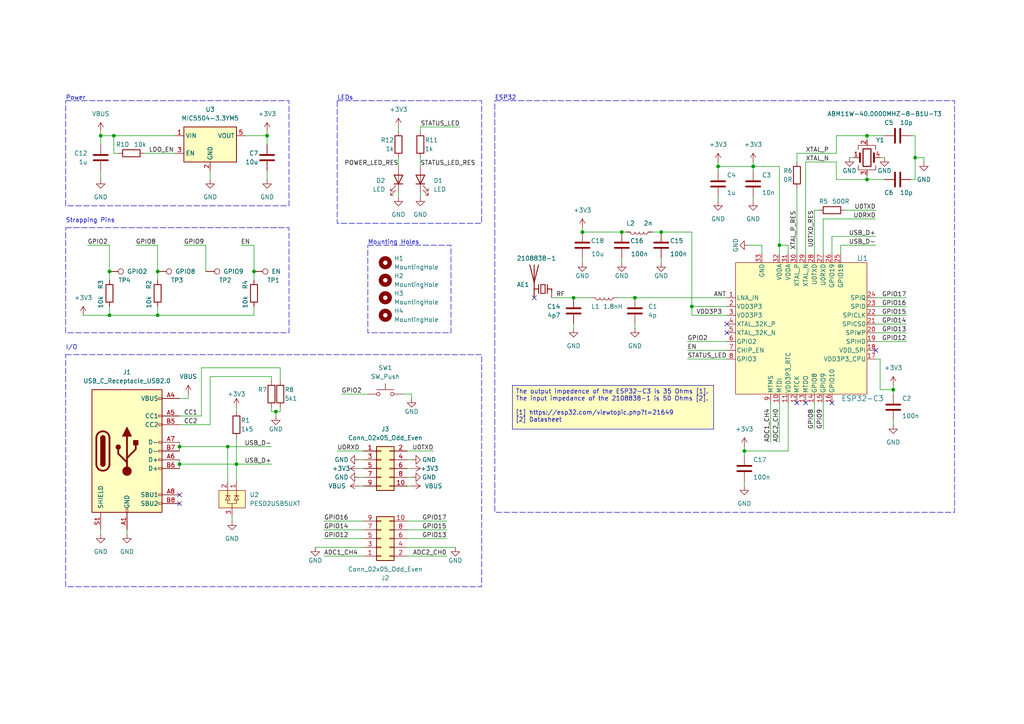
<source format=kicad_sch>
(kicad_sch (version 20230121) (generator eeschema)
  (paper "A4")
  (lib_symbols
    (symbol "Connector:TestPoint" (pin_numbers hide) (pin_names (offset 0.762) hide)
      (property "Reference" "TP" (at 0 6.858 0))
      (property "Value" "TestPoint" (at 0 5.08 0))
      (symbol "TestPoint_0_1"
        (circle (center 0 3.302) (radius 0.762))
      )
      (symbol "TestPoint_1_1"
        (pin passive line (at 0 0 90) (length 2.54) (name "1") (number "1"))
      )
    )
    (symbol "Connector:USB_C_Receptacle_USB2.0" (pin_names (offset 1.016))
      (property "Reference" "J" (at -10.16 19.05 0))
      (property "Value" "USB_C_Receptacle_USB2.0" (at 19.05 19.05 0))
      (symbol "USB_C_Receptacle_USB2.0_0_0"
        (rectangle (start -0.254 -17.78) (end 0.254 -16.764))
        (rectangle (start 10.16 -14.986) (end 9.144 -15.494))
        (rectangle (start 10.16 -12.446) (end 9.144 -12.954))
        (rectangle (start 10.16 -4.826) (end 9.144 -5.334))
        (rectangle (start 10.16 -2.286) (end 9.144 -2.794))
        (rectangle (start 10.16 0.254) (end 9.144 -0.254))
        (rectangle (start 10.16 2.794) (end 9.144 2.286))
        (rectangle (start 10.16 7.874) (end 9.144 7.366))
        (rectangle (start 10.16 10.414) (end 9.144 9.906))
        (rectangle (start 10.16 15.494) (end 9.144 14.986))
      )
      (symbol "USB_C_Receptacle_USB2.0_0_1"
        (rectangle (start -10.16 17.78) (end 10.16 -17.78) (stroke (width 0.254)) (fill (type background)))
        (arc (start -8.89 -3.81) (mid -6.985 -5.7067) (end -5.08 -3.81) (stroke (width 0.508)))
        (arc (start -7.62 -3.81) (mid -6.985 -4.4423) (end -6.35 -3.81) (stroke (width 0.254)))
        (arc (start -7.62 -3.81) (mid -6.985 -4.4423) (end -6.35 -3.81) (stroke (width 0.254)) (fill (type outline)))
        (rectangle (start -7.62 -3.81) (end -6.35 3.81) (stroke (width 0.254)) (fill (type outline)))
        (arc (start -6.35 3.81) (mid -6.985 4.4423) (end -7.62 3.81) (stroke (width 0.254)))
        (arc (start -6.35 3.81) (mid -6.985 4.4423) (end -7.62 3.81) (stroke (width 0.254)) (fill (type outline)))
        (arc (start -5.08 3.81) (mid -6.985 5.7067) (end -8.89 3.81) (stroke (width 0.508)))
        (circle (center -2.54 1.143) (radius 0.635) (stroke (width 0.254)) (fill (type outline)))
        (circle (center 0 -5.842) (radius 1.27) (fill (type outline)))
        (polyline (pts (xy -8.89 -3.81) (xy -8.89 3.81)) (stroke (width 0.508)))
        (polyline (pts (xy -5.08 3.81) (xy -5.08 -3.81)) (stroke (width 0.508)))
        (polyline (pts (xy 0 -5.842) (xy 0 4.318)) (stroke (width 0.508)))
        (polyline (pts (xy 0 -3.302) (xy -2.54 -0.762) (xy -2.54 0.508)) (stroke (width 0.508)))
        (polyline (pts (xy 0 -2.032) (xy 2.54 0.508) (xy 2.54 1.778)) (stroke (width 0.508)))
        (polyline (pts (xy -1.27 4.318) (xy 0 6.858) (xy 1.27 4.318) (xy -1.27 4.318)) (stroke (width 0.254)) (fill (type outline)))
        (rectangle (start 1.905 1.778) (end 3.175 3.048) (stroke (width 0.254)) (fill (type outline)))
      )
      (symbol "USB_C_Receptacle_USB2.0_1_1"
        (pin passive line (at 0 -22.86 90) (length 5.08) (name "GND") (number "A1"))
        (pin passive line (at 0 -22.86 90) (length 5.08) hide (name "GND") (number "A12"))
        (pin passive line (at 15.24 15.24 180) (length 5.08) (name "VBUS") (number "A4"))
        (pin bidirectional line (at 15.24 10.16 180) (length 5.08) (name "CC1") (number "A5"))
        (pin bidirectional line (at 15.24 -2.54 180) (length 5.08) (name "D+") (number "A6"))
        (pin bidirectional line (at 15.24 2.54 180) (length 5.08) (name "D-") (number "A7"))
        (pin bidirectional line (at 15.24 -12.7 180) (length 5.08) (name "SBU1") (number "A8"))
        (pin passive line (at 15.24 15.24 180) (length 5.08) hide (name "VBUS") (number "A9"))
        (pin passive line (at 0 -22.86 90) (length 5.08) hide (name "GND") (number "B1"))
        (pin passive line (at 0 -22.86 90) (length 5.08) hide (name "GND") (number "B12"))
        (pin passive line (at 15.24 15.24 180) (length 5.08) hide (name "VBUS") (number "B4"))
        (pin bidirectional line (at 15.24 7.62 180) (length 5.08) (name "CC2") (number "B5"))
        (pin bidirectional line (at 15.24 -5.08 180) (length 5.08) (name "D+") (number "B6"))
        (pin bidirectional line (at 15.24 0 180) (length 5.08) (name "D-") (number "B7"))
        (pin bidirectional line (at 15.24 -15.24 180) (length 5.08) (name "SBU2") (number "B8"))
        (pin passive line (at 15.24 15.24 180) (length 5.08) hide (name "VBUS") (number "B9"))
        (pin passive line (at -7.62 -22.86 90) (length 5.08) (name "SHIELD") (number "S1"))
      )
    )
    (symbol "Connector_Generic:Conn_02x05_Odd_Even" (pin_names (offset 1.016) hide)
      (property "Reference" "J" (at 1.27 7.62 0))
      (property "Value" "Conn_02x05_Odd_Even" (at 1.27 -7.62 0))
      (symbol "Conn_02x05_Odd_Even_1_1"
        (rectangle (start -1.27 -4.953) (end 0 -5.207) (stroke (width 0.1524)))
        (rectangle (start -1.27 -2.413) (end 0 -2.667) (stroke (width 0.1524)))
        (rectangle (start -1.27 0.127) (end 0 -0.127) (stroke (width 0.1524)))
        (rectangle (start -1.27 2.667) (end 0 2.413) (stroke (width 0.1524)))
        (rectangle (start -1.27 5.207) (end 0 4.953) (stroke (width 0.1524)))
        (rectangle (start -1.27 6.35) (end 3.81 -6.35) (stroke (width 0.254)) (fill (type background)))
        (rectangle (start 3.81 -4.953) (end 2.54 -5.207) (stroke (width 0.1524)))
        (rectangle (start 3.81 -2.413) (end 2.54 -2.667) (stroke (width 0.1524)))
        (rectangle (start 3.81 0.127) (end 2.54 -0.127) (stroke (width 0.1524)))
        (rectangle (start 3.81 2.667) (end 2.54 2.413) (stroke (width 0.1524)))
        (rectangle (start 3.81 5.207) (end 2.54 4.953) (stroke (width 0.1524)))
        (pin passive line (at -5.08 5.08 0) (length 3.81) (name "Pin_1") (number "1"))
        (pin passive line (at 7.62 -5.08 180) (length 3.81) (name "Pin_10") (number "10"))
        (pin passive line (at 7.62 5.08 180) (length 3.81) (name "Pin_2") (number "2"))
        (pin passive line (at -5.08 2.54 0) (length 3.81) (name "Pin_3") (number "3"))
        (pin passive line (at 7.62 2.54 180) (length 3.81) (name "Pin_4") (number "4"))
        (pin passive line (at -5.08 0 0) (length 3.81) (name "Pin_5") (number "5"))
        (pin passive line (at 7.62 0 180) (length 3.81) (name "Pin_6") (number "6"))
        (pin passive line (at -5.08 -2.54 0) (length 3.81) (name "Pin_7") (number "7"))
        (pin passive line (at 7.62 -2.54 180) (length 3.81) (name "Pin_8") (number "8"))
        (pin passive line (at -5.08 -5.08 0) (length 3.81) (name "Pin_9") (number "9"))
      )
    )
    (symbol "Device:Antenna_Chip" (pin_numbers hide) (pin_names (offset 1.016) hide)
      (property "Reference" "AE" (at 0 5.08 0))
      (property "Value" "Antenna_Chip" (at 0 3.175 0))
      (symbol "Antenna_Chip_0_1"
        (polyline (pts (xy -2.54 0) (xy -2.54 -0.635)) (stroke (width 0.254)))
        (polyline (pts (xy -2.54 0) (xy -1.27 0)) (stroke (width 0.254)))
        (polyline (pts (xy 1.27 0) (xy 2.54 0)) (stroke (width 0.254)))
        (polyline (pts (xy 1.27 1.27) (xy 1.27 -1.27)) (stroke (width 0.254)))
        (polyline (pts (xy 2.54 -0.635) (xy 2.54 0)))
        (polyline (pts (xy 2.54 6.985) (xy 2.54 -1.905)) (stroke (width 0.254)))
        (polyline (pts (xy -1.27 1.27) (xy -1.27 -1.27) (xy -1.27 0)) (stroke (width 0.254)))
        (polyline (pts (xy 3.81 6.985) (xy 2.54 1.905) (xy 1.27 6.985)) (stroke (width 0.254)))
        (polyline (pts (xy -0.635 1.27) (xy 0.635 1.27) (xy 0.635 -1.27) (xy -0.635 -1.27) (xy -0.635 1.27)) (stroke (width 0.254)))
      )
      (symbol "Antenna_Chip_1_1"
        (pin input line (at -2.54 -2.54 90) (length 2.54) (name "FEED") (number "1"))
        (pin passive line (at 2.54 -2.54 90) (length 2.54) (name "PCB_Trace") (number "2"))
      )
    )
    (symbol "Device:C" (pin_numbers hide) (pin_names (offset 0.254))
      (property "Reference" "C" (at 0.635 2.54 0))
      (property "Value" "C" (at 0.635 -2.54 0))
      (symbol "C_0_1"
        (polyline (pts (xy -2.032 -0.762) (xy 2.032 -0.762)) (stroke (width 0.508)))
        (polyline (pts (xy -2.032 0.762) (xy 2.032 0.762)) (stroke (width 0.508)))
      )
      (symbol "C_1_1"
        (pin passive line (at 0 3.81 270) (length 2.794) (name "~") (number "1"))
        (pin passive line (at 0 -3.81 90) (length 2.794) (name "~") (number "2"))
      )
    )
    (symbol "Device:Crystal_GND23" (pin_names (offset 1.016) hide)
      (property "Reference" "Y" (at 3.175 5.08 0))
      (property "Value" "Crystal_GND23" (at 3.175 3.175 0))
      (symbol "Crystal_GND23_0_1"
        (rectangle (start -1.143 2.54) (end 1.143 -2.54) (stroke (width 0.3048)))
        (polyline (pts (xy -2.54 0) (xy -2.032 0)))
        (polyline (pts (xy -2.032 -1.27) (xy -2.032 1.27)) (stroke (width 0.508)))
        (polyline (pts (xy 0 -3.81) (xy 0 -3.556)))
        (polyline (pts (xy 0 3.556) (xy 0 3.81)))
        (polyline (pts (xy 2.032 -1.27) (xy 2.032 1.27)) (stroke (width 0.508)))
        (polyline (pts (xy 2.032 0) (xy 2.54 0)))
        (polyline (pts (xy -2.54 -2.286) (xy -2.54 -3.556) (xy 2.54 -3.556) (xy 2.54 -2.286)))
        (polyline (pts (xy -2.54 2.286) (xy -2.54 3.556) (xy 2.54 3.556) (xy 2.54 2.286)))
      )
      (symbol "Crystal_GND23_1_1"
        (pin passive line (at -3.81 0 0) (length 1.27) (name "1") (number "1"))
        (pin passive line (at 0 5.08 270) (length 1.27) (name "2") (number "2"))
        (pin passive line (at 0 -5.08 90) (length 1.27) (name "3") (number "3"))
        (pin passive line (at 3.81 0 180) (length 1.27) (name "4") (number "4"))
      )
    )
    (symbol "Device:L" (pin_numbers hide) (pin_names (offset 1.016) hide)
      (property "Reference" "L" (at -1.27 0 90))
      (property "Value" "L" (at 1.905 0 90))
      (symbol "L_0_1"
        (arc (start 0 -2.54) (mid 0.6323 -1.905) (end 0 -1.27))
        (arc (start 0 -1.27) (mid 0.6323 -0.635) (end 0 0))
        (arc (start 0 0) (mid 0.6323 0.635) (end 0 1.27))
        (arc (start 0 1.27) (mid 0.6323 1.905) (end 0 2.54))
      )
      (symbol "L_1_1"
        (pin passive line (at 0 3.81 270) (length 1.27) (name "1") (number "1"))
        (pin passive line (at 0 -3.81 90) (length 1.27) (name "2") (number "2"))
      )
    )
    (symbol "Device:LED" (pin_numbers hide) (pin_names (offset 1.016) hide)
      (property "Reference" "D" (at 0 2.54 0))
      (property "Value" "LED" (at 0 -2.54 0))
      (symbol "LED_0_1"
        (polyline (pts (xy -1.27 -1.27) (xy -1.27 1.27)) (stroke (width 0.254)))
        (polyline (pts (xy -1.27 0) (xy 1.27 0)))
        (polyline (pts (xy 1.27 -1.27) (xy 1.27 1.27) (xy -1.27 0) (xy 1.27 -1.27)) (stroke (width 0.254)))
        (polyline (pts (xy -3.048 -0.762) (xy -4.572 -2.286) (xy -3.81 -2.286) (xy -4.572 -2.286) (xy -4.572 -1.524)))
        (polyline (pts (xy -1.778 -0.762) (xy -3.302 -2.286) (xy -2.54 -2.286) (xy -3.302 -2.286) (xy -3.302 -1.524)))
      )
      (symbol "LED_1_1"
        (pin passive line (at -3.81 0 0) (length 2.54) (name "K") (number "1"))
        (pin passive line (at 3.81 0 180) (length 2.54) (name "A") (number "2"))
      )
    )
    (symbol "Device:R" (pin_numbers hide) (pin_names (offset 0))
      (property "Reference" "R" (at 2.032 0 90))
      (property "Value" "R" (at 0 0 90))
      (symbol "R_0_1"
        (rectangle (start -1.016 -2.54) (end 1.016 2.54) (stroke (width 0.254)))
      )
      (symbol "R_1_1"
        (pin passive line (at 0 3.81 270) (length 1.27) (name "~") (number "1"))
        (pin passive line (at 0 -3.81 90) (length 1.27) (name "~") (number "2"))
      )
    )
    (symbol "Mechanical:MountingHole" (pin_names (offset 1.016))
      (property "Reference" "H" (at 0 5.08 0))
      (property "Value" "MountingHole" (at 0 3.175 0))
      (symbol "MountingHole_0_1"
        (circle (center 0 0) (radius 1.27) (stroke (width 1.27)))
      )
    )
    (symbol "Regulator_Linear:MIC5504-3.3YM5"
      (property "Reference" "U" (at -7.62 8.89 0))
      (property "Value" "MIC5504-3.3YM5" (at -7.62 6.35 0))
      (symbol "MIC5504-3.3YM5_0_1"
        (rectangle (start -7.62 -5.08) (end 7.62 5.08) (stroke (width 0.254)) (fill (type background)))
      )
      (symbol "MIC5504-3.3YM5_1_1"
        (pin power_in line (at -10.16 2.54 0) (length 2.54) (name "VIN") (number "1"))
        (pin power_in line (at 0 -7.62 90) (length 2.54) (name "GND") (number "2"))
        (pin input line (at -10.16 -2.54 0) (length 2.54) (name "EN") (number "3"))
        (pin no_connect line (at 7.62 -2.54 180) (length 2.54) hide (name "NC") (number "4"))
        (pin power_out line (at 10.16 2.54 180) (length 2.54) (name "VOUT") (number "5"))
      )
    )
    (symbol "Switch:SW_Push" (pin_numbers hide) (pin_names (offset 1.016) hide)
      (property "Reference" "SW" (at 1.27 2.54 0))
      (property "Value" "SW_Push" (at 0 -1.524 0))
      (symbol "SW_Push_0_1"
        (circle (center -2.032 0) (radius 0.508))
        (polyline (pts (xy 0 1.27) (xy 0 3.048)))
        (polyline (pts (xy 2.54 1.27) (xy -2.54 1.27)))
        (circle (center 2.032 0) (radius 0.508))
        (pin passive line (at -5.08 0 0) (length 2.54) (name "1") (number "1"))
        (pin passive line (at 5.08 0 180) (length 2.54) (name "2") (number "2"))
      )
    )
    (symbol "encyclopedia_galactica:ESP32-C3" (pin_names (offset 0.254))
      (property "Reference" "U" (at 0 43.18 0))
      (property "Value" "ESP32-C3" (at 0 40.64 0))
      (symbol "ESP32-C3_0_1"
        (pin bidirectional line (at -21.59 8.89 0) (length 2.54) (name "LNA_IN") (number "1"))
        (pin bidirectional line (at -6.35 -21.59 90) (length 2.54) (name "MTDI") (number "10"))
        (pin power_in line (at -3.81 -21.59 90) (length 2.54) (name "VDD3P3_RTC") (number "11"))
        (pin bidirectional line (at -1.27 -21.59 90) (length 2.54) (name "MTCK") (number "12"))
        (pin bidirectional line (at 1.27 -21.59 90) (length 2.54) (name "MTDO") (number "13"))
        (pin bidirectional line (at 3.81 -21.59 90) (length 2.54) (name "GPIO8") (number "14"))
        (pin bidirectional line (at 6.35 -21.59 90) (length 2.54) (name "GPIO9") (number "15"))
        (pin bidirectional line (at 8.89 -21.59 90) (length 2.54) (name "GPIO10") (number "16"))
        (pin power_in line (at 21.59 -8.89 180) (length 2.54) (name "VDD3P3_CPU") (number "17"))
        (pin power_in line (at 21.59 -6.35 180) (length 2.54) (name "VDD_SPI") (number "18"))
        (pin bidirectional line (at 21.59 -3.81 180) (length 2.54) (name "SPIHD") (number "19"))
        (pin power_in line (at -21.59 6.35 0) (length 2.54) (name "VDD3P3") (number "2"))
        (pin bidirectional line (at 21.59 -1.27 180) (length 2.54) (name "SPIWP") (number "20"))
        (pin bidirectional line (at 21.59 1.27 180) (length 2.54) (name "SPICS0") (number "21"))
        (pin bidirectional line (at 21.59 3.81 180) (length 2.54) (name "SPICLK") (number "22"))
        (pin bidirectional line (at 21.59 6.35 180) (length 2.54) (name "SPID") (number "23"))
        (pin bidirectional line (at 21.59 8.89 180) (length 2.54) (name "SPIQ") (number "24"))
        (pin bidirectional line (at 11.43 21.59 270) (length 2.54) (name "GPIO18") (number "25"))
        (pin bidirectional line (at 8.89 21.59 270) (length 2.54) (name "GPIO19") (number "26"))
        (pin bidirectional line (at 6.35 21.59 270) (length 2.54) (name "U0RXD") (number "27"))
        (pin bidirectional line (at 3.81 21.59 270) (length 2.54) (name "U0TXD") (number "28"))
        (pin output line (at 1.27 21.59 270) (length 2.54) (name "XTAL_N") (number "29"))
        (pin power_in line (at -21.59 3.81 0) (length 2.54) (name "VDD3P3") (number "3"))
        (pin input line (at -1.27 21.59 270) (length 2.54) (name "XTAL_P") (number "30"))
        (pin power_in line (at -3.81 21.59 270) (length 2.54) (name "VDDA") (number "31"))
        (pin power_in line (at -6.35 21.59 270) (length 2.54) (name "VDDA") (number "32"))
        (pin power_out line (at -11.43 21.59 270) (length 2.54) (name "GND") (number "33"))
        (pin bidirectional line (at -21.59 1.27 0) (length 2.54) (name "XTAL_32K_P") (number "4"))
        (pin bidirectional line (at -21.59 -1.27 0) (length 2.54) (name "XTAL_32K_N") (number "5"))
        (pin bidirectional line (at -21.59 -3.81 0) (length 2.54) (name "GPIO2") (number "6"))
        (pin input line (at -21.59 -6.35 0) (length 2.54) (name "CHIP_EN") (number "7"))
        (pin bidirectional line (at -21.59 -8.89 0) (length 2.54) (name "GPIO3") (number "8"))
        (pin bidirectional line (at -8.89 -21.59 90) (length 2.54) (name "MTMS") (number "9"))
      )
      (symbol "ESP32-C3_1_1"
        (rectangle (start -19.05 19.05) (end 19.05 -19.05) (fill (type background)))
      )
    )
    (symbol "encyclopedia_galactica:PESD2USB5UXT"
      (property "Reference" "U" (at 0 24.13 0))
      (property "Value" "PESD2USB5UXT" (at 0 21.59 0))
      (symbol "PESD2USB5UXT_1_1"
        (rectangle (start -3.81 2.54) (end 3.81 -2.54) (fill (type background)))
        (polyline (pts (xy -1.905 1.016) (xy -0.635 1.016)))
        (polyline (pts (xy -1.27 1.016) (xy -1.27 2.54)))
        (polyline (pts (xy -0.635 1.016) (xy -0.635 0.762)))
        (polyline (pts (xy 0 -1.27) (xy 0 -2.54)))
        (polyline (pts (xy 0.635 1.016) (xy 1.905 1.016)))
        (polyline (pts (xy 1.27 1.016) (xy 1.27 2.54)))
        (polyline (pts (xy 1.905 1.016) (xy 1.905 0.762)))
        (polyline (pts (xy -1.905 -0.254) (xy -1.27 1.016) (xy -0.635 -0.254) (xy -1.905 -0.254)))
        (polyline (pts (xy -1.27 -0.254) (xy -1.27 -1.27) (xy 1.27 -1.27) (xy 1.27 -0.254)))
        (polyline (pts (xy 0.635 -0.254) (xy 1.27 1.016) (xy 1.905 -0.254) (xy 0.635 -0.254)))
        (pin open_collector line (at 1.27 5.08 270) (length 2.54) (name "") (number "1"))
        (pin open_collector line (at -1.27 5.08 270) (length 2.54) (name "") (number "2"))
        (pin power_out line (at 0 -5.08 90) (length 2.54) (name "") (number "3"))
      )
    )
    (symbol "power:+3V3" (power) (pin_names (offset 0))
      (property "Value" "+3V3" (at 0 3.556 0))
      (symbol "+3V3_0_1"
        (polyline (pts (xy -0.762 1.27) (xy 0 2.54)))
        (polyline (pts (xy 0 0) (xy 0 2.54)))
        (polyline (pts (xy 0 2.54) (xy 0.762 1.27)))
      )
      (symbol "+3V3_1_1"
        (pin power_in line (at 0 0 90) (length 0) hide (name "+3V3") (number "1"))
      )
    )
    (symbol "power:GND" (power) (pin_names (offset 0))
      (property "Value" "GND" (at 0 -3.81 0))
      (symbol "GND_0_1"
        (polyline (pts (xy 0 0) (xy 0 -1.27) (xy 1.27 -1.27) (xy 0 -2.54) (xy -1.27 -1.27) (xy 0 -1.27)))
      )
      (symbol "GND_1_1"
        (pin power_in line (at 0 0 270) (length 0) hide (name "GND") (number "1"))
      )
    )
    (symbol "power:VBUS" (power) (pin_names (offset 0))
      (property "Value" "VBUS" (at 0 3.81 0))
      (symbol "VBUS_0_1"
        (polyline (pts (xy -0.762 1.27) (xy 0 2.54)))
        (polyline (pts (xy 0 0) (xy 0 2.54)))
        (polyline (pts (xy 0 2.54) (xy 0.762 1.27)))
      )
      (symbol "VBUS_1_1"
        (pin power_in line (at 0 0 90) (length 0) hide (name "VBUS") (number "1"))
      )
    )
  )
  (junction (at 29.21 39.37))
  (junction (at 184.15 86.36))
  (junction (at 226.06 71.12))
  (junction (at 168.91 67.31))
  (junction (at 45.72 78.74))
  (junction (at 31.75 91.44))
  (junction (at 77.47 39.37))
  (junction (at 208.28 48.26))
  (junction (at 68.58 134.62))
  (junction (at 180.34 67.31))
  (junction (at 66.04 129.54))
  (junction (at 52.07 134.62))
  (junction (at 215.9 130.81))
  (junction (at 218.44 48.26))
  (junction (at 52.07 129.54))
  (junction (at 33.02 39.37))
  (junction (at 80.01 119.38))
  (junction (at 31.75 78.74))
  (junction (at 73.66 78.74))
  (junction (at 191.77 67.31))
  (junction (at 259.08 113.03))
  (junction (at 265.43 45.72))
  (junction (at 45.72 91.44))
  (junction (at 251.46 39.37))
  (junction (at 200.66 88.9))
  (junction (at 166.37 86.36))
  (junction (at 251.46 52.07))
  (no_connect (at 241.3 116.84))
  (no_connect (at 210.82 93.98))
  (no_connect (at 52.07 143.51))
  (no_connect (at 231.14 116.84))
  (no_connect (at 254 101.6))
  (no_connect (at 52.07 146.05))
  (no_connect (at 233.68 116.84))
  (no_connect (at 210.82 96.52))
  (no_connect (at 154.94 86.36))
  (wire (pts (xy 52.07 134.62) (xy 68.58 134.62)))
  (wire (pts (xy 52.07 133.35) (xy 52.07 134.62)))
  (wire (pts (xy 25.4 71.12) (xy 31.75 71.12)))
  (wire (pts (xy 33.02 39.37) (xy 50.8 39.37)))
  (wire (pts (xy 254 86.36) (xy 262.89 86.36)))
  (wire (pts (xy 121.92 55.88) (xy 121.92 57.15)))
  (wire (pts (xy 236.22 60.96) (xy 236.22 73.66)))
  (wire (pts (xy 199.39 99.06) (xy 210.82 99.06)))
  (wire (pts (xy 267.97 45.72) (xy 265.43 45.72)))
  (wire (pts (xy 125.73 130.81) (xy 118.11 130.81)))
  (wire (pts (xy 218.44 57.15) (xy 218.44 58.42)))
  (wire (pts (xy 254 91.44) (xy 262.89 91.44)))
  (wire (pts (xy 168.91 67.31) (xy 180.34 67.31)))
  (wire (pts (xy 116.84 114.3) (xy 119.38 114.3)))
  (wire (pts (xy 231.14 44.45) (xy 242.57 44.45)))
  (wire (pts (xy 254 88.9) (xy 262.89 88.9)))
  (wire (pts (xy 31.75 81.28) (xy 31.75 78.74)))
  (wire (pts (xy 254 63.5) (xy 238.76 63.5)))
  (wire (pts (xy 226.06 48.26) (xy 226.06 71.12)))
  (wire (pts (xy 251.46 39.37) (xy 251.46 40.64)))
  (wire (pts (xy 255.27 113.03) (xy 255.27 104.14)))
  (wire (pts (xy 242.57 52.07) (xy 242.57 46.99)))
  (wire (pts (xy 241.3 68.58) (xy 241.3 73.66)))
  (wire (pts (xy 118.11 153.67) (xy 129.54 153.67)))
  (wire (pts (xy 133.35 36.83) (xy 121.92 36.83)))
  (wire (pts (xy 36.83 153.67) (xy 36.83 154.94)))
  (wire (pts (xy 29.21 39.37) (xy 33.02 39.37)))
  (wire (pts (xy 54.61 115.57) (xy 54.61 114.3)))
  (wire (pts (xy 52.07 120.65) (xy 58.42 120.65)))
  (wire (pts (xy 247.65 45.72) (xy 246.38 45.72)))
  (wire (pts (xy 180.34 74.93) (xy 180.34 76.2)))
  (wire (pts (xy 233.68 46.99) (xy 233.68 73.66)))
  (wire (pts (xy 97.79 130.81) (xy 105.41 130.81)))
  (wire (pts (xy 81.28 118.11) (xy 81.28 119.38)))
  (wire (pts (xy 104.14 135.89) (xy 105.41 135.89)))
  (wire (pts (xy 66.04 129.54) (xy 78.74 129.54)))
  (wire (pts (xy 184.15 86.36) (xy 210.82 86.36)))
  (wire (pts (xy 78.74 109.22) (xy 78.74 110.49)))
  (wire (pts (xy 215.9 130.81) (xy 215.9 129.54)))
  (wire (pts (xy 118.11 156.21) (xy 129.54 156.21)))
  (wire (pts (xy 73.66 71.12) (xy 73.66 78.74)))
  (wire (pts (xy 29.21 153.67) (xy 29.21 154.94)))
  (wire (pts (xy 259.08 111.76) (xy 259.08 113.03)))
  (wire (pts (xy 118.11 161.29) (xy 129.54 161.29)))
  (wire (pts (xy 168.91 74.93) (xy 168.91 76.2)))
  (wire (pts (xy 243.84 71.12) (xy 254 71.12)))
  (wire (pts (xy 68.58 118.11) (xy 68.58 119.38)))
  (wire (pts (xy 68.58 134.62) (xy 78.74 134.62)))
  (wire (pts (xy 115.57 36.83) (xy 115.57 38.1)))
  (wire (pts (xy 41.91 44.45) (xy 50.8 44.45)))
  (wire (pts (xy 226.06 116.84) (xy 226.06 128.27)))
  (wire (pts (xy 255.27 113.03) (xy 259.08 113.03)))
  (wire (pts (xy 208.28 46.99) (xy 208.28 48.26)))
  (wire (pts (xy 226.06 71.12) (xy 228.6 71.12)))
  (wire (pts (xy 242.57 39.37) (xy 242.57 44.45)))
  (wire (pts (xy 233.68 46.99) (xy 242.57 46.99)))
  (wire (pts (xy 191.77 74.93) (xy 191.77 76.2)))
  (wire (pts (xy 104.14 140.97) (xy 105.41 140.97)))
  (wire (pts (xy 166.37 86.36) (xy 171.45 86.36)))
  (wire (pts (xy 256.54 52.07) (xy 251.46 52.07)))
  (wire (pts (xy 119.38 114.3) (xy 119.38 115.57)))
  (wire (pts (xy 73.66 91.44) (xy 73.66 88.9)))
  (wire (pts (xy 264.16 52.07) (xy 265.43 52.07)))
  (wire (pts (xy 199.39 101.6) (xy 210.82 101.6)))
  (wire (pts (xy 93.98 151.13) (xy 105.41 151.13)))
  (wire (pts (xy 118.11 140.97) (xy 119.38 140.97)))
  (wire (pts (xy 31.75 71.12) (xy 31.75 78.74)))
  (wire (pts (xy 52.07 129.54) (xy 66.04 129.54)))
  (wire (pts (xy 91.44 158.75) (xy 105.41 158.75)))
  (wire (pts (xy 34.29 44.45) (xy 33.02 44.45)))
  (wire (pts (xy 231.14 54.61) (xy 231.14 73.66)))
  (wire (pts (xy 259.08 121.92) (xy 259.08 123.19)))
  (wire (pts (xy 99.06 114.3) (xy 106.68 114.3)))
  (wire (pts (xy 200.66 67.31) (xy 191.77 67.31)))
  (wire (pts (xy 243.84 71.12) (xy 243.84 73.66)))
  (wire (pts (xy 265.43 39.37) (xy 264.16 39.37)))
  (wire (pts (xy 81.28 106.68) (xy 81.28 110.49)))
  (wire (pts (xy 71.12 39.37) (xy 77.47 39.37)))
  (wire (pts (xy 68.58 134.62) (xy 68.58 139.7)))
  (wire (pts (xy 231.14 44.45) (xy 231.14 46.99)))
  (wire (pts (xy 104.14 138.43) (xy 105.41 138.43)))
  (wire (pts (xy 121.92 45.72) (xy 121.92 48.26)))
  (wire (pts (xy 52.07 128.27) (xy 52.07 129.54)))
  (wire (pts (xy 80.01 119.38) (xy 80.01 120.65)))
  (wire (pts (xy 251.46 52.07) (xy 251.46 50.8)))
  (wire (pts (xy 223.52 116.84) (xy 223.52 128.27)))
  (wire (pts (xy 39.37 71.12) (xy 45.72 71.12)))
  (wire (pts (xy 115.57 45.72) (xy 115.57 48.26)))
  (wire (pts (xy 45.72 91.44) (xy 45.72 88.9)))
  (wire (pts (xy 208.28 48.26) (xy 218.44 48.26)))
  (wire (pts (xy 132.08 158.75) (xy 118.11 158.75)))
  (wire (pts (xy 189.23 67.31) (xy 191.77 67.31)))
  (wire (pts (xy 77.47 49.53) (xy 77.47 52.07)))
  (wire (pts (xy 238.76 116.84) (xy 238.76 124.46)))
  (wire (pts (xy 58.42 120.65) (xy 58.42 106.68)))
  (wire (pts (xy 215.9 130.81) (xy 228.6 130.81)))
  (wire (pts (xy 118.11 133.35) (xy 119.38 133.35)))
  (wire (pts (xy 254 96.52) (xy 262.89 96.52)))
  (wire (pts (xy 215.9 139.7) (xy 215.9 140.97)))
  (wire (pts (xy 58.42 106.68) (xy 81.28 106.68)))
  (wire (pts (xy 179.07 86.36) (xy 184.15 86.36)))
  (wire (pts (xy 77.47 38.1) (xy 77.47 39.37)))
  (wire (pts (xy 184.15 93.98) (xy 184.15 95.25)))
  (wire (pts (xy 118.11 135.89) (xy 119.38 135.89)))
  (wire (pts (xy 45.72 78.74) (xy 45.72 81.28)))
  (wire (pts (xy 255.27 104.14) (xy 254 104.14)))
  (wire (pts (xy 45.72 91.44) (xy 73.66 91.44)))
  (wire (pts (xy 245.11 60.96) (xy 254 60.96)))
  (wire (pts (xy 259.08 113.03) (xy 259.08 114.3)))
  (wire (pts (xy 236.22 116.84) (xy 236.22 124.46)))
  (wire (pts (xy 93.98 153.67) (xy 105.41 153.67)))
  (wire (pts (xy 53.34 71.12) (xy 59.69 71.12)))
  (wire (pts (xy 68.58 127) (xy 68.58 134.62)))
  (wire (pts (xy 118.11 151.13) (xy 129.54 151.13)))
  (wire (pts (xy 218.44 48.26) (xy 226.06 48.26)))
  (wire (pts (xy 77.47 41.91) (xy 77.47 39.37)))
  (wire (pts (xy 104.14 133.35) (xy 105.41 133.35)))
  (wire (pts (xy 265.43 52.07) (xy 265.43 45.72)))
  (wire (pts (xy 200.66 91.44) (xy 200.66 88.9)))
  (wire (pts (xy 31.75 91.44) (xy 45.72 91.44)))
  (wire (pts (xy 52.07 123.19) (xy 60.96 123.19)))
  (wire (pts (xy 180.34 67.31) (xy 181.61 67.31)))
  (wire (pts (xy 78.74 118.11) (xy 78.74 119.38)))
  (wire (pts (xy 29.21 38.1) (xy 29.21 39.37)))
  (wire (pts (xy 254 68.58) (xy 241.3 68.58)))
  (wire (pts (xy 166.37 93.98) (xy 166.37 95.25)))
  (wire (pts (xy 254 93.98) (xy 262.89 93.98)))
  (wire (pts (xy 265.43 45.72) (xy 265.43 39.37)))
  (wire (pts (xy 52.07 115.57) (xy 54.61 115.57)))
  (wire (pts (xy 218.44 46.99) (xy 218.44 48.26)))
  (wire (pts (xy 24.13 91.44) (xy 31.75 91.44)))
  (wire (pts (xy 228.6 71.12) (xy 228.6 73.66)))
  (wire (pts (xy 60.96 49.53) (xy 60.96 52.07)))
  (wire (pts (xy 242.57 52.07) (xy 251.46 52.07)))
  (wire (pts (xy 208.28 57.15) (xy 208.28 58.42)))
  (wire (pts (xy 31.75 91.44) (xy 31.75 88.9)))
  (wire (pts (xy 226.06 71.12) (xy 226.06 73.66)))
  (wire (pts (xy 215.9 132.08) (xy 215.9 130.81)))
  (wire (pts (xy 80.01 119.38) (xy 81.28 119.38)))
  (wire (pts (xy 218.44 48.26) (xy 218.44 49.53)))
  (wire (pts (xy 251.46 39.37) (xy 242.57 39.37)))
  (wire (pts (xy 67.31 149.86) (xy 67.31 151.13)))
  (wire (pts (xy 267.97 46.99) (xy 267.97 45.72)))
  (wire (pts (xy 93.98 156.21) (xy 105.41 156.21)))
  (wire (pts (xy 256.54 39.37) (xy 251.46 39.37)))
  (wire (pts (xy 254 99.06) (xy 262.89 99.06)))
  (wire (pts (xy 73.66 81.28) (xy 73.66 78.74)))
  (wire (pts (xy 45.72 71.12) (xy 45.72 78.74)))
  (wire (pts (xy 52.07 129.54) (xy 52.07 130.81)))
  (wire (pts (xy 78.74 119.38) (xy 80.01 119.38)))
  (wire (pts (xy 52.07 134.62) (xy 52.07 135.89)))
  (wire (pts (xy 200.66 88.9) (xy 200.66 67.31)))
  (wire (pts (xy 118.11 138.43) (xy 119.38 138.43)))
  (wire (pts (xy 199.39 104.14) (xy 210.82 104.14)))
  (wire (pts (xy 160.02 86.36) (xy 166.37 86.36)))
  (wire (pts (xy 66.04 129.54) (xy 66.04 139.7)))
  (wire (pts (xy 29.21 39.37) (xy 29.21 41.91)))
  (wire (pts (xy 60.96 123.19) (xy 60.96 109.22)))
  (wire (pts (xy 238.76 63.5) (xy 238.76 73.66)))
  (wire (pts (xy 59.69 71.12) (xy 59.69 78.74)))
  (wire (pts (xy 93.98 161.29) (xy 105.41 161.29)))
  (wire (pts (xy 256.54 45.72) (xy 255.27 45.72)))
  (wire (pts (xy 29.21 49.53) (xy 29.21 52.07)))
  (wire (pts (xy 69.85 71.12) (xy 73.66 71.12)))
  (wire (pts (xy 60.96 109.22) (xy 78.74 109.22)))
  (wire (pts (xy 200.66 88.9) (xy 210.82 88.9)))
  (wire (pts (xy 236.22 60.96) (xy 237.49 60.96)))
  (wire (pts (xy 121.92 36.83) (xy 121.92 38.1)))
  (wire (pts (xy 210.82 91.44) (xy 200.66 91.44)))
  (wire (pts (xy 220.98 71.12) (xy 220.98 73.66)))
  (wire (pts (xy 168.91 66.04) (xy 168.91 67.31)))
  (wire (pts (xy 33.02 44.45) (xy 33.02 39.37)))
  (wire (pts (xy 115.57 55.88) (xy 115.57 57.15)))
  (wire (pts (xy 208.28 48.26) (xy 208.28 49.53)))
  (wire (pts (xy 228.6 116.84) (xy 228.6 130.81)))
  (wire (pts (xy 217.17 71.12) (xy 220.98 71.12)))
  (rectangle (start 19.05 29.21) (end 83.82 59.69) (stroke (width 0) (type dash)))
  (rectangle (start 106.68 71.12) (end 130.81 96.52) (stroke (width 0) (type dash)))
  (rectangle (start 83.82 66.04) (end 19.05 96.52) (stroke (width 0) (type dash)))
  (rectangle (start 19.05 102.87) (end 139.7 170.18) (stroke (width 0) (type dash)))
  (rectangle (start 97.79 29.21) (end 139.7 64.77) (stroke (width 0) (type dash)))
  (rectangle (start 143.51 29.21) (end 276.86 148.59) (stroke (width 0) (type dash)))
  (text_box "The output impedence of the ESP32-C3 is 35 Ohms [1].\nThe input impedance of the 2108838-1 is 50 Ohms [2].\n\n[1] https://esp32.com/viewtopic.php?t=21649\n[2] Datasheet" (at 148.59 111.76 0) (size 58.42 12.7) (fill (type color) (color 255 255 194 1)) (effects (font (size 1.27 1.27)) (justify left top)))
  (text "ESP32" (at 143.51 29.21 0) (effects (font (size 1.27 1.27)) (justify left bottom)))
  (text "I/O" (at 19.05 101.6 0) (effects (font (size 1.27 1.27)) (justify left bottom)))
  (text "Mounting Holes" (at 106.68 71.12 0) (effects (font (size 1.27 1.27)) (justify left bottom)))
  (text "Power" (at 19.05 29.21 0) (effects (font (size 1.27 1.27)) (justify left bottom)))
  (text "Strapping Pins" (at 19.05 64.77 0) (effects (font (size 1.27 1.27)) (justify left bottom)))
  (text "LEDs" (at 97.79 29.21 0) (effects (font (size 1.27 1.27)) (justify left bottom)))
  (label "ADC1_CH4" (at 223.52 128.27 90))
  (label "U0RXD" (at 97.79 130.81 0))
  (label "GPIO2" (at 99.06 114.3 0))
  (label "GPIO12" (at 93.98 156.21 0))
  (label "EN" (at 199.39 101.6 0))
  (label "USB_D+" (at 78.74 134.62 180))
  (label "GPIO16" (at 93.98 151.13 0))
  (label "GPIO13" (at 129.54 156.21 180))
  (label "ADC1_CH4" (at 93.98 161.29 0))
  (label "USB_D+" (at 254 68.58 180))
  (label "GPIO2" (at 25.4 71.12 0))
  (label "LDO_EN" (at 43.18 44.45 0))
  (label "GPIO14" (at 262.89 93.98 180))
  (label "STATUS_LED" (at 199.39 104.14 0))
  (label "GPIO9" (at 238.76 124.46 90))
  (label "GPIO17" (at 262.89 86.36 180))
  (label "GPIO14" (at 93.98 153.67 0))
  (label "U0TXD" (at 125.73 130.81 180))
  (label "ADC2_CH0" (at 226.06 128.27 90))
  (label "STATUS_LED_RES" (at 121.92 48.26 0))
  (label "U0RXD" (at 254 63.5 180))
  (label "VDD3P3" (at 201.93 91.44 0))
  (label "ANT" (at 207.01 86.36 0))
  (label "CC1" (at 53.34 120.65 0))
  (label "USB_D-" (at 254 71.12 180))
  (label "GPIO12" (at 262.89 99.06 180))
  (label "XTAL_P" (at 233.68 44.45 0))
  (label "U0TXD" (at 254 60.96 180))
  (label "GPIO9" (at 53.34 71.12 0))
  (label "USB_D-" (at 78.74 129.54 180))
  (label "XTAL_P_RES" (at 231.14 72.39 90))
  (label "GPIO15" (at 129.54 153.67 180))
  (label "XTAL_N" (at 233.68 46.99 0))
  (label "GPIO16" (at 262.89 88.9 180))
  (label "RF" (at 161.29 86.36 0))
  (label "U0TXD_RES" (at 236.22 60.96 270))
  (label "EN" (at 69.85 71.12 0))
  (label "GPIO8" (at 39.37 71.12 0))
  (label "GPIO13" (at 262.89 96.52 180))
  (label "GPIO17" (at 129.54 151.13 180))
  (label "GPIO2" (at 199.39 99.06 0))
  (label "ADC2_CH0" (at 129.54 161.29 180))
  (label "STATUS_LED" (at 133.35 36.83 180))
  (label "CC2" (at 53.34 123.19 0))
  (label "POWER_LED_RES" (at 115.57 48.26 180))
  (label "GPIO15" (at 262.89 91.44 180))
  (label "GPIO8" (at 236.22 124.46 90))
  (symbol (lib_id "power:GND") (at 246.38 45.72 0) (mirror y) (unit 1)
    (property "Reference" "#PWR03" (effects hide))
    (property "Value" "GND" (at 246.38 49.53 0))
  )
  (symbol (lib_id "Connector:USB_C_Receptacle_USB2.0") (at 36.83 130.81 0) (unit 1)
    (property "Reference" "J1" (at 36.83 107.95 0))
    (property "Value" "USB_C_Receptacle_USB2.0" (at 36.83 110.49 0))
    (property "Footprint" "encyclopedia_galactica:USB4105-GF-A" (effects hide))
    (property "Datasheet" "https://www.usb.org/sites/default/files/documents/usb_type-c.zip" (effects hide))
  )
  (symbol (lib_id "Device:LED") (at 115.57 52.07 270) (mirror x) (unit 1)
    (property "Reference" "D2" (at 111.76 52.3875 90) (effects (justify right)))
    (property "Value" "LED" (at 111.76 54.9275 90) (effects (justify right)))
    (property "Footprint" "LED_SMD:LED_0603_1608Metric" (effects hide))
  )
  (symbol (lib_id "power:+3V3") (at 115.57 36.83 0) (mirror y) (unit 1)
    (property "Reference" "#PWR044" (effects hide))
    (property "Value" "+3V3" (at 115.57 31.75 0))
  )
  (symbol (lib_id "Device:R") (at 231.14 50.8 0) (mirror y) (unit 1)
    (property "Reference" "R6" (at 229.87 49.53 0) (effects (justify left)))
    (property "Value" "0R" (at 229.87 52.07 0) (effects (justify left)))
    (property "Footprint" "Resistor_SMD:R_0402_1005Metric" (effects hide))
  )
  (symbol (lib_id "Device:R") (at 73.66 85.09 0) (mirror x) (unit 1)
    (property "Reference" "R4" (at 71.12 82.55 90))
    (property "Value" "10k" (at 71.12 87.63 90))
    (property "Footprint" "Resistor_SMD:R_0402_1005Metric" (effects hide))
  )
  (symbol (lib_id "power:GND") (at 208.28 58.42 0) (unit 1)
    (property "Reference" "#PWR023" (effects hide))
    (property "Value" "GND" (at 208.28 63.5 0))
  )
  (symbol (lib_id "power:GND") (at 77.47 52.07 0) (unit 1)
    (property "Reference" "#PWR039" (effects hide))
    (property "Value" "GND" (at 77.47 57.15 0))
  )
  (symbol (lib_id "power:VBUS") (at 104.14 140.97 90) (unit 1)
    (property "Reference" "#PWR032" (effects hide))
    (property "Value" "VBUS" (at 100.33 140.97 90) (effects (justify left)))
  )
  (symbol (lib_id "power:GND") (at 104.14 138.43 270) (unit 1)
    (property "Reference" "#PWR030" (effects hide))
    (property "Value" "GND" (at 99.06 138.43 90))
  )
  (symbol (lib_id "Mechanical:MountingHole") (at 111.76 86.36 0) (unit 1)
    (property "Reference" "H3" (at 114.3 85.09 0) (effects (justify left)))
    (property "Value" "MountingHole" (at 114.3 87.63 0) (effects (justify left)))
    (property "Footprint" "MountingHole:MountingHole_2.2mm_M2" (effects hide))
  )
  (symbol (lib_id "power:GND") (at 180.34 76.2 0) (mirror y) (unit 1)
    (property "Reference" "#PWR018" (effects hide))
    (property "Value" "GND" (at 180.34 80.01 0))
  )
  (symbol (lib_id "Mechanical:MountingHole") (at 111.76 76.2 0) (unit 1)
    (property "Reference" "H1" (at 114.3 74.93 0) (effects (justify left)))
    (property "Value" "MountingHole" (at 114.3 77.47 0) (effects (justify left)))
    (property "Footprint" "MountingHole:MountingHole_2.2mm_M2" (effects hide))
  )
  (symbol (lib_id "Device:C") (at 168.91 71.12 0) (unit 1)
    (property "Reference" "C18" (at 175.26 69.85 0) (effects (justify right)))
    (property "Value" "10u" (at 175.26 73.66 0) (effects (justify right)))
    (property "Footprint" "Capacitor_SMD:C_0603_1608Metric" (effects hide))
  )
  (symbol (lib_id "Device:R") (at 78.74 114.3 0) (unit 1)
    (property "Reference" "R7" (at 77.47 113.03 0) (effects (justify right)))
    (property "Value" "5k1" (effects hide))
    (property "Footprint" "Resistor_SMD:R_0402_1005Metric" (effects hide))
  )
  (symbol (lib_id "power:+3V3") (at 218.44 46.99 0) (mirror y) (unit 1)
    (property "Reference" "#PWR04" (effects hide))
    (property "Value" "+3V3" (at 218.44 41.91 0))
  )
  (symbol (lib_id "power:GND") (at 60.96 52.07 0) (unit 1)
    (property "Reference" "#PWR016" (effects hide))
    (property "Value" "GND" (at 60.96 57.15 0))
  )
  (symbol (lib_id "power:+3V3") (at 208.28 46.99 0) (mirror y) (unit 1)
    (property "Reference" "#PWR022" (effects hide))
    (property "Value" "+3V3" (at 208.28 41.91 0))
  )
  (symbol (lib_id "power:GND") (at 67.31 151.13 0) (unit 1)
    (property "Reference" "#PWR038" (effects hide))
    (property "Value" "GND" (at 67.31 156.21 0))
  )
  (symbol (lib_id "Connector_Generic:Conn_02x05_Odd_Even") (at 110.49 135.89 0) (unit 1)
    (property "Reference" "J3" (at 111.76 124.46 0))
    (property "Value" "Conn_02x05_Odd_Even" (at 111.76 127 0))
    (property "Footprint" "Connector_PinHeader_2.54mm:PinHeader_2x05_P2.54mm_Vertical" (effects hide))
  )
  (symbol (lib_id "Device:C") (at 166.37 90.17 0) (unit 1)
    (property "Reference" "C14" (at 162.56 88.9 0) (effects (justify right)))
    (property "Value" "4p7" (at 162.56 91.44 0) (effects (justify right)))
    (property "Footprint" "Capacitor_SMD:C_0402_1005Metric" (effects hide))
  )
  (symbol (lib_id "power:GND") (at 267.97 46.99 0) (mirror y) (unit 1)
    (property "Reference" "#PWR025" (effects hide))
    (property "Value" "GND" (at 267.97 52.07 0))
  )
  (symbol (lib_id "power:VBUS") (at 29.21 38.1 0) (unit 1)
    (property "Reference" "#PWR014" (effects hide))
    (property "Value" "VBUS" (at 29.21 33.02 0))
  )
  (symbol (lib_id "Connector:TestPoint") (at 73.66 78.74 270) (unit 1)
    (property "Reference" "TP1" (at 77.47 81.28 90) (effects (justify left)))
    (property "Value" "EN" (at 78.74 78.74 90) (effects (justify left)))
    (property "Footprint" "TestPoint:TestPoint_Pad_D1.5mm" (effects hide))
  )
  (symbol (lib_id "Connector_Generic:Conn_02x05_Odd_Even") (at 110.49 156.21 0) (mirror x) (unit 1)
    (property "Reference" "J2" (at 111.76 167.64 0))
    (property "Value" "Conn_02x05_Odd_Even" (at 111.76 165.1 0))
    (property "Footprint" "Connector_PinHeader_2.54mm:PinHeader_2x05_P2.54mm_Vertical" (effects hide))
  )
  (symbol (lib_id "power:GND") (at 218.44 58.42 0) (unit 1)
    (property "Reference" "#PWR021" (effects hide))
    (property "Value" "GND" (at 218.44 63.5 0))
  )
  (symbol (lib_id "power:GND") (at 166.37 95.25 0) (mirror y) (unit 1)
    (property "Reference" "#PWR017" (effects hide))
    (property "Value" "GND" (at 166.37 100.33 0))
  )
  (symbol (lib_id "Device:C") (at 218.44 53.34 0) (mirror y) (unit 1)
    (property "Reference" "C3" (at 220.98 50.8 0) (effects (justify right)))
    (property "Value" "10n" (at 220.98 55.88 0) (effects (justify right)))
    (property "Footprint" "Capacitor_SMD:C_0402_1005Metric" (effects hide))
  )
  (symbol (lib_id "power:+3V3") (at 77.47 38.1 0) (unit 1)
    (property "Reference" "#PWR015" (effects hide))
    (property "Value" "+3V3" (at 77.47 33.02 0))
  )
  (symbol (lib_id "power:GND") (at 191.77 76.2 0) (unit 1)
    (property "Reference" "#PWR019" (effects hide))
    (property "Value" "GND" (at 191.77 80.01 0))
  )
  (symbol (lib_id "Device:R") (at 115.57 41.91 0) (unit 1)
    (property "Reference" "R12" (at 114.3 40.64 0) (effects (justify right)))
    (property "Value" "1k" (at 114.3 43.18 0) (effects (justify right)))
    (property "Footprint" "Resistor_SMD:R_0402_1005Metric" (effects hide))
  )
  (symbol (lib_id "power:+3V3") (at 215.9 129.54 0) (mirror y) (unit 1)
    (property "Reference" "#PWR06" (effects hide))
    (property "Value" "+3V3" (at 215.9 124.46 0))
  )
  (symbol (lib_id "encyclopedia_galactica:ESP32-C3") (at 232.41 95.25 0) (unit 1)
    (property "Reference" "U1" (at 250.19 74.93 0) (effects (font (size 1.524 1.524))))
    (property "Value" "ESP32-C3" (at 250.19 115.57 0) (effects (font (size 1.524 1.524))))
    (property "Footprint" "encyclopedia_galactica:QFN32_5X5_EXP" (effects hide))
    (property "Datasheet" "https://www.espressif.com/sites/default/files/documentation/esp32-c3_datasheet_en.pdf" (effects hide))
    (property "HW_Guidelines" "https://www.espressif.com/sites/default/files/documentation/esp32-c3_hardware_design_guidelines_en.pdf" (effects hide))
  )
  (symbol (lib_id "Device:C") (at 77.47 45.72 0) (unit 1)
    (property "Reference" "C7" (at 74.93 44.45 0) (effects (justify right)))
    (property "Value" "10u" (at 74.93 46.99 0) (effects (justify right)))
    (property "Footprint" "Capacitor_SMD:C_0603_1608Metric" (effects hide))
  )
  (symbol (lib_id "power:+3V3") (at 68.58 118.11 0) (unit 1)
    (property "Reference" "#PWR041" (effects hide))
    (property "Value" "+3V3" (at 68.58 114.3 0))
  )
  (symbol (lib_id "Device:Crystal_GND23") (at 251.46 45.72 0) (unit 1)
    (property "Reference" "Y1" (at 255.27 40.64 0))
    (property "Value" "ABM11W-40.0000MHZ-8-B1U-T3" (at 256.54 33.02 0))
    (property "Footprint" "encyclopedia_galactica:ABM11W-30.0000MHZ-7-D1X-T3" (effects hide))
    (property "Datasheet" "https://www.mouser.de/datasheet/2/3/ABM11W-1774757.pdf" (effects hide))
  )
  (symbol (lib_id "power:GND") (at 119.38 115.57 0) (unit 1)
    (property "Reference" "#PWR036" (effects hide))
    (property "Value" "GND" (at 119.38 119.38 0))
  )
  (symbol (lib_id "Device:C") (at 260.35 52.07 90) (mirror x) (unit 1)
    (property "Reference" "C6" (at 257.81 55.88 90))
    (property "Value" "10p" (at 262.89 55.88 90))
    (property "Footprint" "Capacitor_SMD:C_0402_1005Metric" (effects hide))
  )
  (symbol (lib_id "Switch:SW_Push") (at 111.76 114.3 0) (mirror y) (unit 1)
    (property "Reference" "SW1" (at 111.76 106.68 0))
    (property "Value" "SW_Push" (at 111.76 109.22 0))
    (property "Footprint" "Button_Switch_SMD:SW_SPST_B3U-1000P" (effects hide))
  )
  (symbol (lib_id "power:GND") (at 104.14 133.35 270) (unit 1)
    (property "Reference" "#PWR026" (effects hide))
    (property "Value" "GND" (at 99.06 133.35 90))
  )
  (symbol (lib_id "power:GND") (at 119.38 133.35 90) (unit 1)
    (property "Reference" "#PWR027" (effects hide))
    (property "Value" "GND" (at 124.46 133.35 90))
  )
  (symbol (lib_id "Mechanical:MountingHole") (at 111.76 81.28 0) (unit 1)
    (property "Reference" "H2" (at 114.3 80.01 0) (effects (justify left)))
    (property "Value" "MountingHole" (at 114.3 82.55 0) (effects (justify left)))
    (property "Footprint" "MountingHole:MountingHole_2.2mm_M2" (effects hide))
  )
  (symbol (lib_id "power:GND") (at 215.9 140.97 0) (unit 1)
    (property "Reference" "#PWR07" (effects hide))
    (property "Value" "GND" (at 215.9 146.05 0))
  )
  (symbol (lib_id "Connector:TestPoint") (at 59.69 78.74 270) (unit 1)
    (property "Reference" "TP2" (at 63.5 81.28 90) (effects (justify left)))
    (property "Value" "GPIO9" (at 64.77 78.74 90) (effects (justify left)))
    (property "Footprint" "TestPoint:TestPoint_Pad_D1.5mm" (effects hide))
  )
  (symbol (lib_id "power:GND") (at 91.44 158.75 0) (unit 1)
    (property "Reference" "#PWR034" (effects hide))
    (property "Value" "GND" (at 91.44 162.56 0))
  )
  (symbol (lib_id "Device:L") (at 185.42 67.31 90) (mirror x) (unit 1)
    (property "Reference" "L2" (at 182.88 64.77 90))
    (property "Value" "2n" (at 187.96 64.77 90))
    (property "Footprint" "Inductor_SMD:L_0402_1005Metric" (effects hide))
  )
  (symbol (lib_id "Device:C") (at 208.28 53.34 0) (mirror y) (unit 1)
    (property "Reference" "C4" (at 210.82 50.8 0) (effects (justify right)))
    (property "Value" "1u" (at 210.82 55.88 0) (effects (justify right)))
    (property "Footprint" "Capacitor_SMD:C_0402_1005Metric" (effects hide))
  )
  (symbol (lib_id "Connector:TestPoint") (at 45.72 78.74 270) (unit 1)
    (property "Reference" "TP3" (at 49.53 81.28 90) (effects (justify left)))
    (property "Value" "GPIO8" (at 50.8 78.74 90) (effects (justify left)))
    (property "Footprint" "TestPoint:TestPoint_Pad_D1.5mm" (effects hide))
  )
  (symbol (lib_id "power:+3V3") (at 119.38 135.89 270) (unit 1)
    (property "Reference" "#PWR028" (effects hide))
    (property "Value" "+3V3" (at 121.92 135.89 90) (effects (justify left)))
  )
  (symbol (lib_id "Device:Antenna_Chip") (at 157.48 83.82 0) (mirror y) (unit 1)
    (property "Reference" "AE1" (at 149.86 82.55 0) (effects (justify right)))
    (property "Value" "2108838-1" (at 149.86 74.93 0) (effects (justify right)))
    (property "Footprint" "encyclopedia_galactica:2108838-1" (effects hide))
    (property "Datasheet" "https://www.te.com/commerce/DocumentDelivery/DDEController?Action=showdoc&DocId=Data+Sheet%7F2108838%7FA2%7Fpdf%7FEnglish%7FENG_DS_2108838_A2.pdf%7F2108838-1" (effects hide))
  )
  (symbol (lib_id "Device:C") (at 184.15 90.17 0) (mirror y) (unit 1)
    (property "Reference" "C1" (at 187.96 88.9 0) (effects (justify right)))
    (property "Value" "4p" (at 187.96 91.44 0) (effects (justify right)))
    (property "Footprint" "Capacitor_SMD:C_0402_1005Metric" (effects hide))
  )
  (symbol (lib_id "Regulator_Linear:MIC5504-3.3YM5") (at 60.96 41.91 0) (unit 1)
    (property "Reference" "U3" (at 60.96 31.75 0))
    (property "Value" "MIC5504-3.3YM5" (at 60.96 34.29 0))
    (property "Footprint" "Package_TO_SOT_SMD:SOT-23-5" (effects hide))
    (property "Datasheet" "http://ww1.microchip.com/downloads/en/DeviceDoc/MIC550X.pdf" (effects hide))
  )
  (symbol (lib_id "power:VBUS") (at 119.38 140.97 270) (unit 1)
    (property "Reference" "#PWR033" (effects hide))
    (property "Value" "VBUS" (at 123.19 140.97 90) (effects (justify left)))
  )
  (symbol (lib_id "Device:R") (at 68.58 123.19 0) (mirror y) (unit 1)
    (property "Reference" "R1" (at 69.85 121.92 0) (effects (justify right)))
    (property "Value" "1k5" (at 69.85 124.46 0) (effects (justify right)))
    (property "Footprint" "Resistor_SMD:R_0402_1005Metric" (effects hide))
  )
  (symbol (lib_id "Device:R") (at 121.92 41.91 0) (mirror y) (unit 1)
    (property "Reference" "R11" (at 123.19 40.64 0) (effects (justify right)))
    (property "Value" "1k" (at 123.19 43.18 0) (effects (justify right)))
    (property "Footprint" "Resistor_SMD:R_0402_1005Metric" (effects hide))
  )
  (symbol (lib_id "Device:C") (at 180.34 71.12 0) (unit 1)
    (property "Reference" "C16" (at 186.69 69.85 0) (effects (justify right)))
    (property "Value" "100n" (at 187.96 73.66 0) (effects (justify right)))
    (property "Footprint" "Capacitor_SMD:C_0402_1005Metric" (effects hide))
  )
  (symbol (lib_id "power:GND") (at 259.08 123.19 0) (unit 1)
    (property "Reference" "#PWR09" (effects hide))
    (property "Value" "GND" (at 259.08 128.27 0))
  )
  (symbol (lib_id "Device:R") (at 81.28 114.3 0) (mirror y) (unit 1)
    (property "Reference" "R8" (at 82.55 113.03 0) (effects (justify right)))
    (property "Value" "5k1" (at 82.55 115.57 0) (effects (justify right)))
    (property "Footprint" "Resistor_SMD:R_0402_1005Metric" (effects hide))
  )
  (symbol (lib_id "power:+3V3") (at 24.13 91.44 0) (unit 1)
    (property "Reference" "#PWR010" (effects hide))
    (property "Value" "+3V3" (at 24.13 86.36 0))
  )
  (symbol (lib_id "power:GND") (at 119.38 138.43 90) (mirror x) (unit 1)
    (property "Reference" "#PWR031" (effects hide))
    (property "Value" "GND" (at 124.46 138.43 90))
  )
  (symbol (lib_id "Device:C") (at 191.77 71.12 0) (mirror y) (unit 1)
    (property "Reference" "C15" (at 194.31 69.85 0) (effects (justify right)))
    (property "Value" "100n" (at 194.31 73.66 0) (effects (justify right)))
    (property "Footprint" "Capacitor_SMD:C_0402_1005Metric" (effects hide))
  )
  (symbol (lib_id "Device:R") (at 241.3 60.96 270) (mirror x) (unit 1)
    (property "Reference" "R5" (at 237.49 58.42 90) (effects (justify left)))
    (property "Value" "500R" (at 241.3 58.42 90) (effects (justify left)))
    (property "Footprint" "Resistor_SMD:R_0402_1005Metric" (effects hide))
  )
  (symbol (lib_id "Device:R") (at 38.1 44.45 270) (unit 1)
    (property "Reference" "R10" (at 35.56 41.91 90))
    (property "Value" "10k" (at 40.64 41.91 90))
    (property "Footprint" "Resistor_SMD:R_0402_1005Metric" (effects hide))
  )
  (symbol (lib_id "encyclopedia_galactica:PESD2USB5UXT") (at 67.31 144.78 0) (unit 1)
    (property "Reference" "U2" (at 72.39 143.51 0) (effects (justify left)))
    (property "Value" "PESD2USB5UXT" (at 72.39 146.05 0) (effects (justify left)))
    (property "Footprint" "Package_TO_SOT_SMD:TSOT-23" (effects hide))
    (property "Datasheet" "https://assets.nexperia.com/documents/data-sheet/PESD2USB5UX-T.pdf" (effects hide))
  )
  (symbol (lib_id "power:GND") (at 217.17 71.12 270) (unit 1)
    (property "Reference" "#PWR02" (effects hide))
    (property "Value" "GND" (at 213.36 71.12 0))
  )
  (symbol (lib_id "Device:LED") (at 121.92 52.07 90) (unit 1)
    (property "Reference" "D1" (at 125.73 52.3875 90) (effects (justify right)))
    (property "Value" "LED" (at 125.73 54.9275 90) (effects (justify right)))
    (property "Footprint" "LED_SMD:LED_0603_1608Metric" (effects hide))
  )
  (symbol (lib_id "Connector:TestPoint") (at 31.75 78.74 270) (unit 1)
    (property "Reference" "TP4" (at 34.29 81.28 90) (effects (justify left)))
    (property "Value" "GPIO2" (at 36.83 78.74 90) (effects (justify left)))
    (property "Footprint" "TestPoint:TestPoint_Pad_D1.5mm" (effects hide))
  )
  (symbol (lib_id "power:GND") (at 168.91 76.2 0) (mirror y) (unit 1)
    (property "Reference" "#PWR020" (effects hide))
    (property "Value" "GND" (at 168.91 80.01 0))
  )
  (symbol (lib_id "power:GND") (at 132.08 158.75 0) (mirror y) (unit 1)
    (property "Reference" "#PWR035" (effects hide))
    (property "Value" "GND" (at 132.08 162.56 0))
  )
  (symbol (lib_id "power:GND") (at 184.15 95.25 0) (unit 1)
    (property "Reference" "#PWR01" (effects hide))
    (property "Value" "GND" (at 184.15 100.33 0))
  )
  (symbol (lib_id "Device:L") (at 175.26 86.36 90) (mirror x) (unit 1)
    (property "Reference" "L1" (at 172.72 88.9 90))
    (property "Value" "1.8nH" (at 177.8 88.9 90))
    (property "Footprint" "Inductor_SMD:L_0402_1005Metric" (effects hide))
  )
  (symbol (lib_id "Device:R") (at 45.72 85.09 0) (mirror x) (unit 1)
    (property "Reference" "R2" (at 43.18 82.55 90))
    (property "Value" "10k" (at 43.18 87.63 90))
    (property "Footprint" "Resistor_SMD:R_0402_1005Metric" (effects hide))
  )
  (symbol (lib_id "power:+3V3") (at 104.14 135.89 90) (mirror x) (unit 1)
    (property "Reference" "#PWR029" (effects hide))
    (property "Value" "+3V3" (at 101.6 135.89 90) (effects (justify left)))
  )
  (symbol (lib_id "power:GND") (at 29.21 154.94 0) (unit 1)
    (property "Reference" "#PWR013" (effects hide))
    (property "Value" "GND" (at 29.21 160.02 0))
  )
  (symbol (lib_id "power:+3V3") (at 168.91 66.04 0) (unit 1)
    (property "Reference" "#PWR05" (effects hide))
    (property "Value" "+3V3" (at 168.91 60.96 0))
  )
  (symbol (lib_id "Device:R") (at 31.75 85.09 0) (mirror x) (unit 1)
    (property "Reference" "R3" (at 29.21 82.55 90))
    (property "Value" "10k" (at 29.21 87.63 90))
    (property "Footprint" "Resistor_SMD:R_0402_1005Metric" (effects hide))
  )
  (symbol (lib_id "Device:C") (at 29.21 45.72 0) (unit 1)
    (property "Reference" "C12" (at 25.4 44.45 0) (effects (justify right)))
    (property "Value" "1u" (at 25.4 46.99 0) (effects (justify right)))
    (property "Footprint" "Capacitor_SMD:C_0402_1005Metric" (effects hide))
  )
  (symbol (lib_id "power:VBUS") (at 54.61 114.3 0) (unit 1)
    (property "Reference" "#PWR011" (effects hide))
    (property "Value" "VBUS" (at 54.61 109.22 0))
  )
  (symbol (lib_id "power:GND") (at 115.57 57.15 0) (mirror y) (unit 1)
    (property "Reference" "#PWR043" (effects hide))
    (property "Value" "GND" (at 115.57 62.23 0))
  )
  (symbol (lib_id "Mechanical:MountingHole") (at 111.76 91.44 0) (unit 1)
    (property "Reference" "H4" (at 114.3 90.17 0) (effects (justify left)))
    (property "Value" "MountingHole" (at 114.3 92.71 0) (effects (justify left)))
    (property "Footprint" "MountingHole:MountingHole_2.2mm_M2" (effects hide))
  )
  (symbol (lib_id "power:GND") (at 29.21 52.07 0) (unit 1)
    (property "Reference" "#PWR040" (effects hide))
    (property "Value" "GND" (at 29.21 57.15 0))
  )
  (symbol (lib_id "Device:C") (at 259.08 118.11 0) (mirror y) (unit 1)
    (property "Reference" "C2" (at 261.62 115.57 0) (effects (justify right)))
    (property "Value" "100n" (at 261.62 120.65 0) (effects (justify right)))
    (property "Footprint" "Capacitor_SMD:C_0402_1005Metric" (effects hide))
  )
  (symbol (lib_id "power:GND") (at 121.92 57.15 0) (unit 1)
    (property "Reference" "#PWR042" (effects hide))
    (property "Value" "GND" (at 121.92 62.23 0))
  )
  (symbol (lib_id "Device:C") (at 260.35 39.37 90) (unit 1)
    (property "Reference" "C5" (at 257.81 35.56 90))
    (property "Value" "10p" (at 262.89 35.56 90))
    (property "Footprint" "Capacitor_SMD:C_0402_1005Metric" (effects hide))
  )
  (symbol (lib_id "Device:C") (at 215.9 135.89 0) (mirror y) (unit 1)
    (property "Reference" "C17" (at 218.44 133.35 0) (effects (justify right)))
    (property "Value" "100n" (at 218.44 138.43 0) (effects (justify right)))
    (property "Footprint" "Capacitor_SMD:C_0402_1005Metric" (effects hide))
  )
  (symbol (lib_id "power:GND") (at 256.54 45.72 0) (mirror y) (unit 1)
    (property "Reference" "#PWR024" (effects hide))
    (property "Value" "GND" (at 256.54 49.53 0))
  )
  (symbol (lib_id "power:GND") (at 36.83 154.94 0) (unit 1)
    (property "Reference" "#PWR012" (effects hide))
    (property "Value" "GND" (at 36.83 160.02 0))
  )
  (symbol (lib_id "power:+3V3") (at 259.08 111.76 0) (mirror y) (unit 1)
    (property "Reference" "#PWR08" (effects hide))
    (property "Value" "+3V3" (at 259.08 106.68 0))
  )
  (symbol (lib_id "power:GND") (at 80.01 120.65 0) (unit 1)
    (property "Reference" "#PWR037" (effects hide))
    (property "Value" "GND" (at 80.01 124.46 0))
  )
)
</source>
